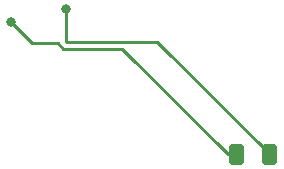
<source format=gbr>
G04 #@! TF.GenerationSoftware,KiCad,Pcbnew,(6.0.0-rc1-dev-347-gd8782b751)*
G04 #@! TF.CreationDate,2019-11-17T21:31:44+01:00*
G04 #@! TF.ProjectId,test_pos,746573745F706F732E6B696361645F70,rev?*
G04 #@! TF.SameCoordinates,Original*
G04 #@! TF.FileFunction,Copper,L2,Bot,Signal*
G04 #@! TF.FilePolarity,Positive*
%FSLAX46Y46*%
G04 Gerber Fmt 4.6, Leading zero omitted, Abs format (unit mm)*
G04 Created by KiCad (PCBNEW (6.0.0-rc1-dev-347-gd8782b751)) date 11/17/19 21:31:44*
%MOMM*%
%LPD*%
G01*
G04 APERTURE LIST*
G04 #@! TA.AperFunction,Conductor*
%ADD10C,0.050000*%
G04 #@! TD*
G04 #@! TA.AperFunction,SMDPad,CuDef*
%ADD11C,1.250000*%
G04 #@! TD*
G04 #@! TA.AperFunction,ViaPad*
%ADD12C,0.800000*%
G04 #@! TD*
G04 #@! TA.AperFunction,Conductor*
%ADD13C,0.250000*%
G04 #@! TD*
G04 APERTURE END LIST*
D10*
G04 #@! TO.N,Net-(C1-Pad2)*
G04 #@! TO.C,R1*
G36*
X41931504Y-31003204D02*
X41955773Y-31006804D01*
X41979571Y-31012765D01*
X42002671Y-31021030D01*
X42024849Y-31031520D01*
X42045893Y-31044133D01*
X42065598Y-31058747D01*
X42083777Y-31075223D01*
X42100253Y-31093402D01*
X42114867Y-31113107D01*
X42127480Y-31134151D01*
X42137970Y-31156329D01*
X42146235Y-31179429D01*
X42152196Y-31203227D01*
X42155796Y-31227496D01*
X42157000Y-31252000D01*
X42157000Y-32502000D01*
X42155796Y-32526504D01*
X42152196Y-32550773D01*
X42146235Y-32574571D01*
X42137970Y-32597671D01*
X42127480Y-32619849D01*
X42114867Y-32640893D01*
X42100253Y-32660598D01*
X42083777Y-32678777D01*
X42065598Y-32695253D01*
X42045893Y-32709867D01*
X42024849Y-32722480D01*
X42002671Y-32732970D01*
X41979571Y-32741235D01*
X41955773Y-32747196D01*
X41931504Y-32750796D01*
X41907000Y-32752000D01*
X41157000Y-32752000D01*
X41132496Y-32750796D01*
X41108227Y-32747196D01*
X41084429Y-32741235D01*
X41061329Y-32732970D01*
X41039151Y-32722480D01*
X41018107Y-32709867D01*
X40998402Y-32695253D01*
X40980223Y-32678777D01*
X40963747Y-32660598D01*
X40949133Y-32640893D01*
X40936520Y-32619849D01*
X40926030Y-32597671D01*
X40917765Y-32574571D01*
X40911804Y-32550773D01*
X40908204Y-32526504D01*
X40907000Y-32502000D01*
X40907000Y-31252000D01*
X40908204Y-31227496D01*
X40911804Y-31203227D01*
X40917765Y-31179429D01*
X40926030Y-31156329D01*
X40936520Y-31134151D01*
X40949133Y-31113107D01*
X40963747Y-31093402D01*
X40980223Y-31075223D01*
X40998402Y-31058747D01*
X41018107Y-31044133D01*
X41039151Y-31031520D01*
X41061329Y-31021030D01*
X41084429Y-31012765D01*
X41108227Y-31006804D01*
X41132496Y-31003204D01*
X41157000Y-31002000D01*
X41907000Y-31002000D01*
X41931504Y-31003204D01*
X41931504Y-31003204D01*
G37*
D11*
G04 #@! TD*
G04 #@! TO.P,R1,2*
G04 #@! TO.N,Net-(C1-Pad2)*
X41532000Y-31877000D03*
D10*
G04 #@! TO.N,+5V*
G04 #@! TO.C,R1*
G36*
X39131504Y-31003204D02*
X39155773Y-31006804D01*
X39179571Y-31012765D01*
X39202671Y-31021030D01*
X39224849Y-31031520D01*
X39245893Y-31044133D01*
X39265598Y-31058747D01*
X39283777Y-31075223D01*
X39300253Y-31093402D01*
X39314867Y-31113107D01*
X39327480Y-31134151D01*
X39337970Y-31156329D01*
X39346235Y-31179429D01*
X39352196Y-31203227D01*
X39355796Y-31227496D01*
X39357000Y-31252000D01*
X39357000Y-32502000D01*
X39355796Y-32526504D01*
X39352196Y-32550773D01*
X39346235Y-32574571D01*
X39337970Y-32597671D01*
X39327480Y-32619849D01*
X39314867Y-32640893D01*
X39300253Y-32660598D01*
X39283777Y-32678777D01*
X39265598Y-32695253D01*
X39245893Y-32709867D01*
X39224849Y-32722480D01*
X39202671Y-32732970D01*
X39179571Y-32741235D01*
X39155773Y-32747196D01*
X39131504Y-32750796D01*
X39107000Y-32752000D01*
X38357000Y-32752000D01*
X38332496Y-32750796D01*
X38308227Y-32747196D01*
X38284429Y-32741235D01*
X38261329Y-32732970D01*
X38239151Y-32722480D01*
X38218107Y-32709867D01*
X38198402Y-32695253D01*
X38180223Y-32678777D01*
X38163747Y-32660598D01*
X38149133Y-32640893D01*
X38136520Y-32619849D01*
X38126030Y-32597671D01*
X38117765Y-32574571D01*
X38111804Y-32550773D01*
X38108204Y-32526504D01*
X38107000Y-32502000D01*
X38107000Y-31252000D01*
X38108204Y-31227496D01*
X38111804Y-31203227D01*
X38117765Y-31179429D01*
X38126030Y-31156329D01*
X38136520Y-31134151D01*
X38149133Y-31113107D01*
X38163747Y-31093402D01*
X38180223Y-31075223D01*
X38198402Y-31058747D01*
X38218107Y-31044133D01*
X38239151Y-31031520D01*
X38261329Y-31021030D01*
X38284429Y-31012765D01*
X38308227Y-31006804D01*
X38332496Y-31003204D01*
X38357000Y-31002000D01*
X39107000Y-31002000D01*
X39131504Y-31003204D01*
X39131504Y-31003204D01*
G37*
D11*
G04 #@! TD*
G04 #@! TO.P,R1,1*
G04 #@! TO.N,+5V*
X38732000Y-31877000D03*
D12*
G04 #@! TO.N,Net-(C1-Pad2)*
X24260000Y-19558000D03*
G04 #@! TO.N,+5V*
X19685000Y-20701000D03*
G04 #@! TD*
D13*
G04 #@! TO.N,Net-(C1-Pad2)*
X24260000Y-21504000D02*
X24260000Y-19558000D01*
X32007000Y-22352000D02*
X24260000Y-22352000D01*
X41532000Y-31877000D02*
X32007000Y-22352000D01*
X24260000Y-22352000D02*
X24260000Y-21504000D01*
G04 #@! TO.N,+5V*
X19685000Y-20704000D02*
X19685000Y-20701000D01*
X21460000Y-22479000D02*
X19685000Y-20704000D01*
X23623590Y-22479000D02*
X21460000Y-22479000D01*
X24073600Y-22929010D02*
X23623590Y-22479000D01*
X29059010Y-22929010D02*
X24073600Y-22929010D01*
X38007000Y-31877000D02*
X29059010Y-22929010D01*
X38732000Y-31877000D02*
X38007000Y-31877000D01*
G04 #@! TD*
M02*

</source>
